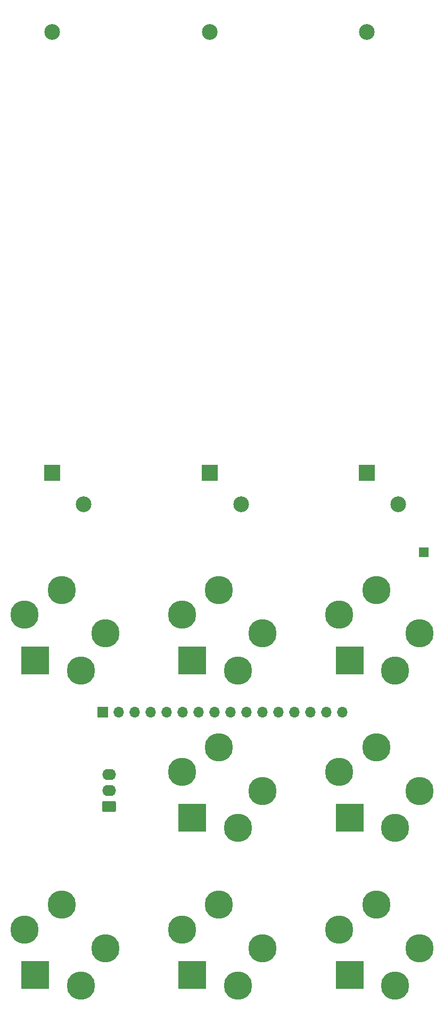
<source format=gbl>
G04 #@! TF.GenerationSoftware,KiCad,Pcbnew,6.0.1-79c1e3a40b~116~ubuntu20.04.1*
G04 #@! TF.CreationDate,2022-01-29T19:42:52-05:00*
G04 #@! TF.ProjectId,attenuverters_front,61747465-6e75-4766-9572-746572735f66,rev?*
G04 #@! TF.SameCoordinates,Original*
G04 #@! TF.FileFunction,Copper,L2,Bot*
G04 #@! TF.FilePolarity,Positive*
%FSLAX46Y46*%
G04 Gerber Fmt 4.6, Leading zero omitted, Abs format (unit mm)*
G04 Created by KiCad (PCBNEW 6.0.1-79c1e3a40b~116~ubuntu20.04.1) date 2022-01-29 19:42:52*
%MOMM*%
%LPD*%
G01*
G04 APERTURE LIST*
G04 Aperture macros list*
%AMRoundRect*
0 Rectangle with rounded corners*
0 $1 Rounding radius*
0 $2 $3 $4 $5 $6 $7 $8 $9 X,Y pos of 4 corners*
0 Add a 4 corners polygon primitive as box body*
4,1,4,$2,$3,$4,$5,$6,$7,$8,$9,$2,$3,0*
0 Add four circle primitives for the rounded corners*
1,1,$1+$1,$2,$3*
1,1,$1+$1,$4,$5*
1,1,$1+$1,$6,$7*
1,1,$1+$1,$8,$9*
0 Add four rect primitives between the rounded corners*
20,1,$1+$1,$2,$3,$4,$5,0*
20,1,$1+$1,$4,$5,$6,$7,0*
20,1,$1+$1,$6,$7,$8,$9,0*
20,1,$1+$1,$8,$9,$2,$3,0*%
G04 Aperture macros list end*
G04 #@! TA.AperFunction,ComponentPad*
%ADD10R,1.500000X1.500000*%
G04 #@! TD*
G04 #@! TA.AperFunction,ComponentPad*
%ADD11R,2.500000X2.500000*%
G04 #@! TD*
G04 #@! TA.AperFunction,ComponentPad*
%ADD12C,2.500000*%
G04 #@! TD*
G04 #@! TA.AperFunction,ComponentPad*
%ADD13C,4.500001*%
G04 #@! TD*
G04 #@! TA.AperFunction,ComponentPad*
%ADD14R,4.500001X4.500001*%
G04 #@! TD*
G04 #@! TA.AperFunction,ComponentPad*
%ADD15C,4.500000*%
G04 #@! TD*
G04 #@! TA.AperFunction,ComponentPad*
%ADD16R,1.700000X1.700000*%
G04 #@! TD*
G04 #@! TA.AperFunction,ComponentPad*
%ADD17O,1.700000X1.700000*%
G04 #@! TD*
G04 #@! TA.AperFunction,ComponentPad*
%ADD18RoundRect,0.250000X0.850000X-0.620000X0.850000X0.620000X-0.850000X0.620000X-0.850000X-0.620000X0*%
G04 #@! TD*
G04 #@! TA.AperFunction,ComponentPad*
%ADD19O,2.200000X1.740000*%
G04 #@! TD*
G04 APERTURE END LIST*
D10*
G04 #@! TO.P,TP4,1,1*
G04 #@! TO.N,Board_0-GND1*
X182079999Y-110129997D03*
G04 #@! TD*
D11*
G04 #@! TO.P,RV2,1,1*
G04 #@! TO.N,Board_0-GND1*
X147999999Y-97499997D03*
D12*
G04 #@! TO.P,RV2,2,2*
G04 #@! TO.N,Board_0-NONINV2_P*
X152999999Y-102499997D03*
G04 #@! TO.P,RV2,3,3*
G04 #@! TO.N,Board_0-INV2_P*
X147999999Y-27499997D03*
G04 #@! TD*
D13*
G04 #@! TO.P,J13,R*
G04 #@! TO.N,N/C*
X181399999Y-147999997D03*
G04 #@! TO.P,J13,RN*
X177499999Y-153899997D03*
D14*
G04 #@! TO.P,J13,S*
G04 #@! TO.N,Board_0-GND1*
X170259999Y-152239997D03*
D15*
G04 #@! TO.P,J13,T*
G04 #@! TO.N,Board_0-OUT~{SUM}_P*
X174499999Y-141099997D03*
G04 #@! TO.P,J13,TN*
G04 #@! TO.N,N/C*
X168599999Y-144999997D03*
G04 #@! TD*
D13*
G04 #@! TO.P,J4,R*
G04 #@! TO.N,N/C*
X156399999Y-122999997D03*
G04 #@! TO.P,J4,RN*
X152499999Y-128899997D03*
D14*
G04 #@! TO.P,J4,S*
G04 #@! TO.N,Board_0-GND1*
X145259999Y-127239997D03*
D15*
G04 #@! TO.P,J4,T*
G04 #@! TO.N,Board_0-INV2_P*
X149499999Y-116099997D03*
G04 #@! TO.P,J4,TN*
G04 #@! TO.N,N/C*
X143599999Y-119999997D03*
G04 #@! TD*
D13*
G04 #@! TO.P,J5,R*
G04 #@! TO.N,N/C*
X181399999Y-122999997D03*
G04 #@! TO.P,J5,RN*
X177499999Y-128899997D03*
D14*
G04 #@! TO.P,J5,S*
G04 #@! TO.N,Board_0-GND1*
X170259999Y-127239997D03*
D15*
G04 #@! TO.P,J5,T*
G04 #@! TO.N,Board_0-INV3_P*
X174499999Y-116099997D03*
G04 #@! TO.P,J5,TN*
G04 #@! TO.N,N/C*
X168599999Y-119999997D03*
G04 #@! TD*
D13*
G04 #@! TO.P,J11,R*
G04 #@! TO.N,N/C*
X181399999Y-172999997D03*
G04 #@! TO.P,J11,RN*
X177499999Y-178899997D03*
D14*
G04 #@! TO.P,J11,S*
G04 #@! TO.N,Board_0-GND1*
X170259999Y-177239997D03*
D15*
G04 #@! TO.P,J11,T*
G04 #@! TO.N,Board_0-OUT3_P*
X174499999Y-166099997D03*
G04 #@! TO.P,J11,TN*
G04 #@! TO.N,Board_0-SUM3_P*
X168599999Y-169999997D03*
G04 #@! TD*
D13*
G04 #@! TO.P,J3,R*
G04 #@! TO.N,N/C*
X131399999Y-122999997D03*
G04 #@! TO.P,J3,RN*
X127499999Y-128899997D03*
D14*
G04 #@! TO.P,J3,S*
G04 #@! TO.N,Board_0-GND1*
X120259999Y-127239997D03*
D15*
G04 #@! TO.P,J3,T*
G04 #@! TO.N,Board_0-Net-(J3-PadT)*
X124499999Y-116099997D03*
G04 #@! TO.P,J3,TN*
G04 #@! TO.N,N/C*
X118599999Y-119999997D03*
G04 #@! TD*
D13*
G04 #@! TO.P,J9,R*
G04 #@! TO.N,N/C*
X131399999Y-172999997D03*
G04 #@! TO.P,J9,RN*
X127499999Y-178899997D03*
D14*
G04 #@! TO.P,J9,S*
G04 #@! TO.N,Board_0-GND1*
X120259999Y-177239997D03*
D15*
G04 #@! TO.P,J9,T*
G04 #@! TO.N,Board_0-OUT1_P*
X124499999Y-166099997D03*
G04 #@! TO.P,J9,TN*
G04 #@! TO.N,Board_0-SUM1_P*
X118599999Y-169999997D03*
G04 #@! TD*
D11*
G04 #@! TO.P,RV3,1,1*
G04 #@! TO.N,Board_0-GND1*
X172999999Y-97499997D03*
D12*
G04 #@! TO.P,RV3,2,2*
G04 #@! TO.N,Board_0-NONINV3_P*
X177999999Y-102499997D03*
G04 #@! TO.P,RV3,3,3*
G04 #@! TO.N,Board_0-INV3_P*
X172999999Y-27499997D03*
G04 #@! TD*
D11*
G04 #@! TO.P,RV1,1,1*
G04 #@! TO.N,Board_0-GND1*
X122999999Y-97499997D03*
D12*
G04 #@! TO.P,RV1,2,2*
G04 #@! TO.N,Board_0-NONINV1_P*
X127999999Y-102499997D03*
G04 #@! TO.P,RV1,3,3*
G04 #@! TO.N,Board_0-INV1_P*
X122999999Y-27499997D03*
G04 #@! TD*
D13*
G04 #@! TO.P,J12,R*
G04 #@! TO.N,N/C*
X156399999Y-147999997D03*
G04 #@! TO.P,J12,RN*
X152499999Y-153899997D03*
D14*
G04 #@! TO.P,J12,S*
G04 #@! TO.N,Board_0-GND1*
X145259999Y-152239997D03*
D15*
G04 #@! TO.P,J12,T*
G04 #@! TO.N,Board_0-OUTSUM_P*
X149499999Y-141099997D03*
G04 #@! TO.P,J12,TN*
G04 #@! TO.N,N/C*
X143599999Y-144999997D03*
G04 #@! TD*
D13*
G04 #@! TO.P,J10,R*
G04 #@! TO.N,N/C*
X156399999Y-172999997D03*
G04 #@! TO.P,J10,RN*
X152499999Y-178899997D03*
D14*
G04 #@! TO.P,J10,S*
G04 #@! TO.N,Board_0-GND1*
X145259999Y-177239997D03*
D15*
G04 #@! TO.P,J10,T*
G04 #@! TO.N,Board_0-OUT2_P*
X149499999Y-166099997D03*
G04 #@! TO.P,J10,TN*
G04 #@! TO.N,Board_0-SUM2_P*
X143599999Y-169999997D03*
G04 #@! TD*
D16*
G04 #@! TO.P,J2,1,Pin_1*
G04 #@! TO.N,Board_0-GND1*
X130999999Y-135499997D03*
D17*
G04 #@! TO.P,J2,2,Pin_2*
G04 #@! TO.N,Board_0-10V_REF_P*
X133539999Y-135499997D03*
G04 #@! TO.P,J2,3,Pin_3*
G04 #@! TO.N,Board_0-NONINV1_P*
X136079999Y-135499997D03*
G04 #@! TO.P,J2,4,Pin_4*
G04 #@! TO.N,Board_0-INV1_P*
X138619999Y-135499997D03*
G04 #@! TO.P,J2,5,Pin_5*
G04 #@! TO.N,Board_0-SUM1_P*
X141159999Y-135499997D03*
G04 #@! TO.P,J2,6,Pin_6*
G04 #@! TO.N,Board_0-OUT1_P*
X143699999Y-135499997D03*
G04 #@! TO.P,J2,7,Pin_7*
G04 #@! TO.N,Board_0-NONINV2_P*
X146239999Y-135499997D03*
G04 #@! TO.P,J2,8,Pin_8*
G04 #@! TO.N,Board_0-INV2_P*
X148779999Y-135499997D03*
G04 #@! TO.P,J2,9,Pin_9*
G04 #@! TO.N,Board_0-OUTSUM_P*
X151319999Y-135499997D03*
G04 #@! TO.P,J2,10,Pin_10*
G04 #@! TO.N,Board_0-SUM2_P*
X153859999Y-135499997D03*
G04 #@! TO.P,J2,11,Pin_11*
G04 #@! TO.N,Board_0-OUT2_P*
X156399999Y-135499997D03*
G04 #@! TO.P,J2,12,Pin_12*
G04 #@! TO.N,Board_0-SUM3_P*
X158939999Y-135499997D03*
G04 #@! TO.P,J2,13,Pin_13*
G04 #@! TO.N,Board_0-OUT3_P*
X161479999Y-135499997D03*
G04 #@! TO.P,J2,14,Pin_14*
G04 #@! TO.N,Board_0-OUT~{SUM}_P*
X164019999Y-135499997D03*
G04 #@! TO.P,J2,15,Pin_15*
G04 #@! TO.N,Board_0-NONINV3_P*
X166559999Y-135499997D03*
G04 #@! TO.P,J2,16,Pin_16*
G04 #@! TO.N,Board_0-INV3_P*
X169099999Y-135499997D03*
G04 #@! TD*
D18*
G04 #@! TO.P,J6,1,Pin_1*
G04 #@! TO.N,Board_0-Net-(J3-PadT)*
X131999999Y-150499997D03*
D19*
G04 #@! TO.P,J6,2,Pin_2*
G04 #@! TO.N,Board_0-INV1_P*
X131999999Y-147959997D03*
G04 #@! TO.P,J6,3,Pin_3*
G04 #@! TO.N,Board_0-10V_REF_P*
X131999999Y-145419997D03*
G04 #@! TD*
M02*

</source>
